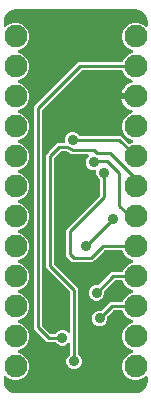
<source format=gbr>
G04 EAGLE Gerber RS-274X export*
G75*
%MOMM*%
%FSLAX34Y34*%
%LPD*%
%INBottom Copper*%
%IPPOS*%
%AMOC8*
5,1,8,0,0,1.08239X$1,22.5*%
G01*
%ADD10C,1.930400*%
%ADD11C,0.889000*%
%ADD12C,0.254000*%
%ADD13C,0.906400*%

G36*
X114320Y2543D02*
X114320Y2543D01*
X114424Y2547D01*
X116159Y2718D01*
X116262Y2741D01*
X116368Y2756D01*
X116448Y2783D01*
X116469Y2788D01*
X116483Y2795D01*
X116520Y2808D01*
X119725Y4136D01*
X119733Y4140D01*
X119742Y4143D01*
X119872Y4219D01*
X120001Y4293D01*
X120008Y4300D01*
X120016Y4304D01*
X120137Y4411D01*
X122589Y6863D01*
X122595Y6871D01*
X122602Y6877D01*
X122692Y6996D01*
X122784Y7115D01*
X122788Y7123D01*
X122793Y7131D01*
X122864Y7275D01*
X124192Y10480D01*
X124220Y10582D01*
X124256Y10682D01*
X124270Y10766D01*
X124276Y10787D01*
X124276Y10803D01*
X124282Y10841D01*
X124453Y12576D01*
X124453Y12595D01*
X124453Y12596D01*
X124456Y12614D01*
X124455Y12633D01*
X124459Y12700D01*
X124459Y15970D01*
X124442Y16108D01*
X124429Y16247D01*
X124422Y16266D01*
X124419Y16286D01*
X124368Y16415D01*
X124321Y16546D01*
X124310Y16563D01*
X124302Y16582D01*
X124221Y16694D01*
X124143Y16809D01*
X124127Y16822D01*
X124116Y16839D01*
X124008Y16928D01*
X123904Y17020D01*
X123886Y17029D01*
X123871Y17042D01*
X123745Y17101D01*
X123621Y17164D01*
X123601Y17169D01*
X123583Y17177D01*
X123446Y17203D01*
X123311Y17234D01*
X123290Y17233D01*
X123271Y17237D01*
X123132Y17228D01*
X122993Y17224D01*
X122973Y17219D01*
X122953Y17217D01*
X122821Y17175D01*
X122687Y17136D01*
X122670Y17125D01*
X122651Y17119D01*
X122533Y17045D01*
X122413Y16974D01*
X122392Y16956D01*
X122382Y16949D01*
X122368Y16934D01*
X122293Y16868D01*
X120919Y15494D01*
X116624Y13715D01*
X111976Y13715D01*
X107681Y15494D01*
X104394Y18781D01*
X102615Y23076D01*
X102615Y27724D01*
X104394Y32019D01*
X107681Y35306D01*
X111596Y36927D01*
X111651Y36959D01*
X111672Y36967D01*
X111696Y36985D01*
X111717Y36996D01*
X111840Y37061D01*
X111855Y37075D01*
X111872Y37085D01*
X111972Y37182D01*
X112075Y37275D01*
X112086Y37292D01*
X112101Y37306D01*
X112173Y37425D01*
X112250Y37541D01*
X112256Y37560D01*
X112267Y37577D01*
X112308Y37710D01*
X112353Y37842D01*
X112354Y37862D01*
X112360Y37881D01*
X112367Y38020D01*
X112378Y38159D01*
X112375Y38179D01*
X112376Y38199D01*
X112347Y38335D01*
X112324Y38472D01*
X112315Y38491D01*
X112311Y38510D01*
X112250Y38636D01*
X112193Y38762D01*
X112180Y38778D01*
X112172Y38796D01*
X112081Y38902D01*
X111994Y39010D01*
X111978Y39023D01*
X111965Y39038D01*
X111851Y39118D01*
X111740Y39202D01*
X111715Y39214D01*
X111705Y39221D01*
X111686Y39228D01*
X111596Y39273D01*
X107681Y40894D01*
X104394Y44181D01*
X102615Y48476D01*
X102615Y53124D01*
X104394Y57419D01*
X107681Y60706D01*
X111596Y62327D01*
X111717Y62396D01*
X111840Y62461D01*
X111855Y62475D01*
X111872Y62485D01*
X111972Y62582D01*
X112075Y62675D01*
X112086Y62692D01*
X112101Y62706D01*
X112173Y62825D01*
X112250Y62941D01*
X112256Y62960D01*
X112267Y62977D01*
X112308Y63110D01*
X112353Y63242D01*
X112354Y63262D01*
X112360Y63281D01*
X112367Y63420D01*
X112378Y63559D01*
X112375Y63579D01*
X112376Y63599D01*
X112348Y63735D01*
X112324Y63872D01*
X112315Y63891D01*
X112311Y63910D01*
X112250Y64036D01*
X112193Y64162D01*
X112180Y64178D01*
X112172Y64196D01*
X112081Y64302D01*
X111994Y64410D01*
X111978Y64423D01*
X111965Y64438D01*
X111851Y64518D01*
X111740Y64602D01*
X111715Y64614D01*
X111705Y64621D01*
X111686Y64628D01*
X111596Y64673D01*
X107681Y66294D01*
X104394Y69581D01*
X103345Y72114D01*
X103330Y72139D01*
X103321Y72167D01*
X103252Y72277D01*
X103188Y72390D01*
X103167Y72411D01*
X103151Y72436D01*
X103057Y72525D01*
X102966Y72618D01*
X102941Y72634D01*
X102920Y72654D01*
X102806Y72717D01*
X102695Y72785D01*
X102667Y72793D01*
X102641Y72808D01*
X102515Y72840D01*
X102391Y72878D01*
X102362Y72880D01*
X102333Y72887D01*
X102172Y72897D01*
X95874Y72897D01*
X95776Y72885D01*
X95677Y72882D01*
X95618Y72865D01*
X95558Y72857D01*
X95466Y72821D01*
X95371Y72793D01*
X95319Y72763D01*
X95263Y72740D01*
X95183Y72682D01*
X95097Y72632D01*
X95022Y72566D01*
X95005Y72554D01*
X94997Y72544D01*
X94976Y72526D01*
X90756Y68306D01*
X90696Y68227D01*
X90628Y68155D01*
X90599Y68102D01*
X90562Y68054D01*
X90522Y67963D01*
X90474Y67877D01*
X90459Y67818D01*
X90435Y67763D01*
X90420Y67665D01*
X90395Y67569D01*
X90389Y67469D01*
X90385Y67448D01*
X90387Y67436D01*
X90385Y67408D01*
X90385Y64734D01*
X89385Y62321D01*
X87539Y60475D01*
X85126Y59475D01*
X82514Y59475D01*
X80101Y60475D01*
X78255Y62321D01*
X77255Y64734D01*
X77255Y67346D01*
X78255Y69759D01*
X80101Y71605D01*
X82514Y72605D01*
X85188Y72605D01*
X85286Y72617D01*
X85385Y72620D01*
X85444Y72637D01*
X85504Y72645D01*
X85596Y72681D01*
X85691Y72709D01*
X85743Y72739D01*
X85799Y72762D01*
X85879Y72820D01*
X85965Y72870D01*
X86040Y72936D01*
X86057Y72948D01*
X86065Y72958D01*
X86086Y72976D01*
X92612Y79503D01*
X102172Y79503D01*
X102202Y79506D01*
X102231Y79504D01*
X102359Y79526D01*
X102488Y79543D01*
X102515Y79553D01*
X102545Y79558D01*
X102663Y79612D01*
X102784Y79660D01*
X102808Y79677D01*
X102835Y79689D01*
X102936Y79770D01*
X103041Y79846D01*
X103060Y79869D01*
X103083Y79888D01*
X103161Y79991D01*
X103244Y80091D01*
X103256Y80118D01*
X103274Y80142D01*
X103345Y80286D01*
X104394Y82819D01*
X107681Y86106D01*
X111596Y87727D01*
X111717Y87796D01*
X111840Y87861D01*
X111855Y87875D01*
X111872Y87885D01*
X111972Y87982D01*
X112075Y88075D01*
X112086Y88092D01*
X112101Y88106D01*
X112173Y88225D01*
X112250Y88341D01*
X112256Y88360D01*
X112267Y88377D01*
X112308Y88510D01*
X112353Y88642D01*
X112354Y88662D01*
X112360Y88681D01*
X112367Y88820D01*
X112378Y88959D01*
X112375Y88979D01*
X112376Y88999D01*
X112347Y89135D01*
X112324Y89272D01*
X112315Y89291D01*
X112311Y89310D01*
X112250Y89436D01*
X112193Y89562D01*
X112180Y89578D01*
X112172Y89596D01*
X112081Y89702D01*
X111994Y89810D01*
X111978Y89823D01*
X111965Y89838D01*
X111851Y89918D01*
X111740Y90002D01*
X111715Y90014D01*
X111705Y90021D01*
X111686Y90028D01*
X111596Y90073D01*
X107681Y91694D01*
X104394Y94981D01*
X103345Y97514D01*
X103330Y97539D01*
X103321Y97567D01*
X103252Y97677D01*
X103188Y97790D01*
X103167Y97811D01*
X103151Y97836D01*
X103057Y97925D01*
X102966Y98018D01*
X102941Y98034D01*
X102920Y98054D01*
X102806Y98117D01*
X102695Y98185D01*
X102667Y98193D01*
X102641Y98208D01*
X102515Y98240D01*
X102391Y98278D01*
X102362Y98280D01*
X102333Y98287D01*
X102172Y98297D01*
X97144Y98297D01*
X97046Y98285D01*
X96947Y98282D01*
X96888Y98265D01*
X96828Y98257D01*
X96736Y98221D01*
X96641Y98193D01*
X96589Y98163D01*
X96533Y98140D01*
X96453Y98082D01*
X96367Y98032D01*
X96292Y97966D01*
X96275Y97954D01*
X96267Y97944D01*
X96246Y97926D01*
X88216Y89896D01*
X88156Y89817D01*
X88088Y89745D01*
X88059Y89692D01*
X88022Y89644D01*
X87982Y89553D01*
X87934Y89467D01*
X87919Y89408D01*
X87895Y89353D01*
X87880Y89255D01*
X87855Y89159D01*
X87849Y89059D01*
X87845Y89038D01*
X87847Y89026D01*
X87845Y88998D01*
X87845Y86324D01*
X86845Y83911D01*
X84999Y82065D01*
X82586Y81065D01*
X79974Y81065D01*
X77561Y82065D01*
X75715Y83911D01*
X74715Y86324D01*
X74715Y88936D01*
X75715Y91349D01*
X77561Y93195D01*
X79974Y94195D01*
X82648Y94195D01*
X82746Y94207D01*
X82845Y94210D01*
X82904Y94227D01*
X82964Y94235D01*
X83056Y94271D01*
X83151Y94299D01*
X83203Y94329D01*
X83259Y94352D01*
X83339Y94410D01*
X83425Y94460D01*
X83500Y94526D01*
X83517Y94538D01*
X83525Y94548D01*
X83546Y94566D01*
X93882Y104903D01*
X102172Y104903D01*
X102202Y104906D01*
X102231Y104904D01*
X102359Y104926D01*
X102488Y104943D01*
X102515Y104953D01*
X102545Y104958D01*
X102663Y105012D01*
X102784Y105060D01*
X102808Y105077D01*
X102835Y105089D01*
X102936Y105170D01*
X103041Y105246D01*
X103060Y105269D01*
X103083Y105288D01*
X103161Y105391D01*
X103244Y105491D01*
X103256Y105518D01*
X103274Y105542D01*
X103345Y105686D01*
X104394Y108219D01*
X107681Y111506D01*
X111596Y113127D01*
X111717Y113196D01*
X111840Y113261D01*
X111855Y113275D01*
X111872Y113285D01*
X111972Y113382D01*
X112075Y113475D01*
X112086Y113492D01*
X112101Y113506D01*
X112173Y113625D01*
X112250Y113741D01*
X112256Y113760D01*
X112267Y113777D01*
X112308Y113910D01*
X112353Y114042D01*
X112354Y114062D01*
X112360Y114081D01*
X112367Y114220D01*
X112378Y114359D01*
X112375Y114379D01*
X112376Y114399D01*
X112347Y114535D01*
X112324Y114672D01*
X112315Y114691D01*
X112311Y114710D01*
X112250Y114836D01*
X112193Y114962D01*
X112180Y114978D01*
X112172Y114996D01*
X112081Y115102D01*
X111994Y115210D01*
X111978Y115223D01*
X111965Y115238D01*
X111851Y115318D01*
X111740Y115402D01*
X111715Y115414D01*
X111705Y115421D01*
X111686Y115428D01*
X111596Y115473D01*
X107681Y117094D01*
X104394Y120381D01*
X103345Y122914D01*
X103330Y122939D01*
X103321Y122967D01*
X103252Y123077D01*
X103188Y123190D01*
X103167Y123211D01*
X103151Y123236D01*
X103057Y123325D01*
X102966Y123418D01*
X102941Y123434D01*
X102920Y123454D01*
X102806Y123517D01*
X102695Y123585D01*
X102667Y123593D01*
X102641Y123608D01*
X102515Y123640D01*
X102391Y123678D01*
X102362Y123680D01*
X102333Y123687D01*
X102172Y123697D01*
X88254Y123697D01*
X88156Y123685D01*
X88057Y123682D01*
X87998Y123665D01*
X87938Y123657D01*
X87846Y123621D01*
X87751Y123593D01*
X87699Y123563D01*
X87643Y123540D01*
X87562Y123482D01*
X87477Y123432D01*
X87402Y123366D01*
X87385Y123354D01*
X87377Y123344D01*
X87356Y123326D01*
X79874Y115844D01*
X77568Y113537D01*
X60862Y113537D01*
X55117Y119282D01*
X55117Y141068D01*
X83956Y169906D01*
X84016Y169985D01*
X84084Y170057D01*
X84113Y170110D01*
X84150Y170158D01*
X84190Y170249D01*
X84238Y170335D01*
X84253Y170394D01*
X84277Y170449D01*
X84292Y170547D01*
X84317Y170643D01*
X84323Y170743D01*
X84327Y170764D01*
X84325Y170776D01*
X84327Y170804D01*
X84327Y182846D01*
X84315Y182944D01*
X84312Y183043D01*
X84295Y183102D01*
X84287Y183162D01*
X84251Y183254D01*
X84223Y183349D01*
X84193Y183401D01*
X84170Y183457D01*
X84112Y183537D01*
X84062Y183623D01*
X83996Y183698D01*
X83984Y183715D01*
X83974Y183722D01*
X83956Y183744D01*
X82138Y185561D01*
X81152Y187941D01*
X81152Y190373D01*
X81137Y190491D01*
X81130Y190610D01*
X81117Y190648D01*
X81112Y190689D01*
X81069Y190799D01*
X81032Y190912D01*
X81010Y190947D01*
X80995Y190984D01*
X80926Y191080D01*
X80862Y191181D01*
X80832Y191209D01*
X80809Y191242D01*
X80717Y191318D01*
X80630Y191399D01*
X80595Y191419D01*
X80564Y191444D01*
X80456Y191495D01*
X80352Y191553D01*
X80312Y191563D01*
X80276Y191580D01*
X80159Y191602D01*
X80044Y191632D01*
X79984Y191636D01*
X79964Y191640D01*
X79943Y191638D01*
X79883Y191642D01*
X77451Y191642D01*
X75071Y192628D01*
X73248Y194451D01*
X72262Y196831D01*
X72262Y199409D01*
X73248Y201789D01*
X74270Y202811D01*
X74354Y202920D01*
X74444Y203027D01*
X74452Y203046D01*
X74465Y203062D01*
X74520Y203189D01*
X74579Y203315D01*
X74583Y203335D01*
X74591Y203354D01*
X74613Y203492D01*
X74639Y203628D01*
X74638Y203648D01*
X74641Y203668D01*
X74628Y203807D01*
X74619Y203945D01*
X74613Y203964D01*
X74611Y203984D01*
X74564Y204116D01*
X74521Y204247D01*
X74510Y204265D01*
X74503Y204284D01*
X74425Y204399D01*
X74351Y204516D01*
X74336Y204530D01*
X74325Y204547D01*
X74221Y204639D01*
X74119Y204734D01*
X74101Y204744D01*
X74086Y204757D01*
X73963Y204820D01*
X73841Y204888D01*
X73821Y204893D01*
X73803Y204902D01*
X73667Y204932D01*
X73533Y204967D01*
X73505Y204969D01*
X73493Y204972D01*
X73472Y204971D01*
X73372Y204977D01*
X61702Y204977D01*
X61579Y204962D01*
X61456Y204953D01*
X61405Y204940D01*
X61386Y204937D01*
X61367Y204930D01*
X61301Y204912D01*
X60707Y204714D01*
X60448Y204843D01*
X60397Y204861D01*
X60349Y204888D01*
X60248Y204914D01*
X60148Y204949D01*
X60094Y204953D01*
X60041Y204967D01*
X59881Y204977D01*
X59592Y204977D01*
X59149Y205420D01*
X59052Y205496D01*
X58959Y205577D01*
X58913Y205603D01*
X58898Y205615D01*
X58878Y205623D01*
X58819Y205658D01*
X55368Y207383D01*
X55317Y207401D01*
X55269Y207428D01*
X55168Y207454D01*
X55068Y207489D01*
X55014Y207493D01*
X54961Y207507D01*
X54801Y207517D01*
X51424Y207517D01*
X51326Y207505D01*
X51227Y207502D01*
X51168Y207485D01*
X51108Y207477D01*
X51016Y207441D01*
X50921Y207413D01*
X50869Y207383D01*
X50813Y207360D01*
X50733Y207302D01*
X50647Y207252D01*
X50572Y207186D01*
X50555Y207174D01*
X50547Y207164D01*
X50526Y207146D01*
X45584Y202204D01*
X45524Y202125D01*
X45456Y202053D01*
X45427Y202000D01*
X45390Y201952D01*
X45350Y201861D01*
X45302Y201775D01*
X45287Y201716D01*
X45263Y201661D01*
X45248Y201563D01*
X45223Y201467D01*
X45217Y201367D01*
X45213Y201347D01*
X45215Y201334D01*
X45213Y201306D01*
X45213Y112384D01*
X45225Y112286D01*
X45228Y112187D01*
X45245Y112128D01*
X45253Y112068D01*
X45289Y111976D01*
X45317Y111881D01*
X45347Y111829D01*
X45370Y111773D01*
X45428Y111693D01*
X45478Y111607D01*
X45544Y111532D01*
X45556Y111515D01*
X45566Y111507D01*
X45584Y111486D01*
X65533Y91538D01*
X65533Y36097D01*
X65545Y35999D01*
X65548Y35900D01*
X65565Y35841D01*
X65573Y35781D01*
X65609Y35689D01*
X65637Y35594D01*
X65667Y35542D01*
X65690Y35486D01*
X65748Y35406D01*
X65798Y35320D01*
X65864Y35245D01*
X65876Y35228D01*
X65886Y35221D01*
X65904Y35199D01*
X67795Y33309D01*
X68795Y30896D01*
X68795Y28284D01*
X67795Y25871D01*
X65949Y24025D01*
X63536Y23025D01*
X60924Y23025D01*
X58511Y24025D01*
X56665Y25871D01*
X55665Y28284D01*
X55665Y30896D01*
X56665Y33309D01*
X58556Y35199D01*
X58616Y35278D01*
X58684Y35350D01*
X58713Y35403D01*
X58750Y35451D01*
X58790Y35542D01*
X58838Y35628D01*
X58853Y35687D01*
X58877Y35743D01*
X58892Y35841D01*
X58917Y35936D01*
X58923Y36036D01*
X58927Y36057D01*
X58925Y36069D01*
X58927Y36097D01*
X58927Y44039D01*
X58910Y44177D01*
X58897Y44315D01*
X58890Y44334D01*
X58887Y44355D01*
X58836Y44484D01*
X58789Y44615D01*
X58778Y44632D01*
X58770Y44650D01*
X58689Y44763D01*
X58611Y44878D01*
X58595Y44891D01*
X58584Y44908D01*
X58476Y44996D01*
X58372Y45088D01*
X58354Y45098D01*
X58339Y45110D01*
X58213Y45170D01*
X58089Y45233D01*
X58069Y45237D01*
X58051Y45246D01*
X57914Y45272D01*
X57779Y45303D01*
X57758Y45302D01*
X57739Y45306D01*
X57600Y45297D01*
X57461Y45293D01*
X57441Y45287D01*
X57421Y45286D01*
X57289Y45243D01*
X57155Y45205D01*
X57138Y45194D01*
X57119Y45188D01*
X57001Y45114D01*
X56881Y45043D01*
X56860Y45024D01*
X56850Y45018D01*
X56836Y45003D01*
X56761Y44937D01*
X55789Y43965D01*
X53376Y42965D01*
X50764Y42965D01*
X48351Y43965D01*
X46461Y45856D01*
X46382Y45916D01*
X46310Y45984D01*
X46257Y46013D01*
X46209Y46050D01*
X46118Y46090D01*
X46032Y46138D01*
X45973Y46153D01*
X45917Y46177D01*
X45819Y46192D01*
X45724Y46217D01*
X45624Y46223D01*
X45603Y46227D01*
X45591Y46225D01*
X45563Y46227D01*
X39272Y46227D01*
X28447Y57052D01*
X28447Y245208D01*
X65942Y282703D01*
X102172Y282703D01*
X102202Y282706D01*
X102231Y282704D01*
X102359Y282726D01*
X102488Y282743D01*
X102515Y282753D01*
X102545Y282758D01*
X102663Y282812D01*
X102784Y282860D01*
X102808Y282877D01*
X102835Y282889D01*
X102936Y282970D01*
X103041Y283046D01*
X103060Y283069D01*
X103083Y283088D01*
X103161Y283191D01*
X103244Y283291D01*
X103256Y283318D01*
X103274Y283342D01*
X103345Y283486D01*
X104394Y286019D01*
X107681Y289306D01*
X111596Y290927D01*
X111717Y290996D01*
X111840Y291061D01*
X111855Y291075D01*
X111872Y291085D01*
X111972Y291182D01*
X112075Y291275D01*
X112086Y291292D01*
X112101Y291306D01*
X112173Y291425D01*
X112250Y291541D01*
X112256Y291560D01*
X112267Y291577D01*
X112308Y291710D01*
X112353Y291842D01*
X112354Y291862D01*
X112360Y291881D01*
X112367Y292020D01*
X112378Y292159D01*
X112375Y292179D01*
X112376Y292199D01*
X112347Y292335D01*
X112324Y292472D01*
X112315Y292491D01*
X112311Y292510D01*
X112250Y292636D01*
X112193Y292762D01*
X112180Y292778D01*
X112172Y292796D01*
X112081Y292902D01*
X111994Y293010D01*
X111978Y293023D01*
X111965Y293038D01*
X111851Y293118D01*
X111740Y293202D01*
X111715Y293214D01*
X111705Y293221D01*
X111686Y293228D01*
X111596Y293273D01*
X107681Y294894D01*
X104394Y298181D01*
X102615Y302476D01*
X102615Y307124D01*
X104394Y311419D01*
X107681Y314706D01*
X111976Y316485D01*
X116624Y316485D01*
X120919Y314706D01*
X122293Y313332D01*
X122402Y313247D01*
X122509Y313158D01*
X122528Y313150D01*
X122544Y313137D01*
X122672Y313082D01*
X122797Y313023D01*
X122817Y313019D01*
X122836Y313011D01*
X122974Y312989D01*
X123110Y312963D01*
X123130Y312964D01*
X123150Y312961D01*
X123289Y312974D01*
X123427Y312983D01*
X123446Y312989D01*
X123466Y312991D01*
X123598Y313038D01*
X123729Y313081D01*
X123747Y313092D01*
X123766Y313098D01*
X123881Y313177D01*
X123998Y313251D01*
X124012Y313266D01*
X124029Y313277D01*
X124121Y313381D01*
X124216Y313483D01*
X124226Y313500D01*
X124239Y313515D01*
X124303Y313640D01*
X124370Y313761D01*
X124375Y313781D01*
X124384Y313799D01*
X124414Y313935D01*
X124449Y314069D01*
X124451Y314097D01*
X124454Y314109D01*
X124453Y314129D01*
X124459Y314230D01*
X124459Y317500D01*
X124457Y317520D01*
X124453Y317624D01*
X124282Y319359D01*
X124259Y319462D01*
X124244Y319568D01*
X124217Y319648D01*
X124212Y319669D01*
X124205Y319683D01*
X124192Y319720D01*
X122864Y322925D01*
X122860Y322933D01*
X122857Y322942D01*
X122781Y323072D01*
X122707Y323201D01*
X122700Y323208D01*
X122696Y323216D01*
X122589Y323337D01*
X120137Y325789D01*
X120129Y325795D01*
X120123Y325802D01*
X120004Y325892D01*
X119885Y325984D01*
X119877Y325988D01*
X119869Y325993D01*
X119725Y326064D01*
X116520Y327392D01*
X116418Y327420D01*
X116318Y327456D01*
X116234Y327470D01*
X116213Y327476D01*
X116197Y327476D01*
X116159Y327482D01*
X114424Y327653D01*
X114405Y327653D01*
X114300Y327659D01*
X12700Y327659D01*
X12680Y327657D01*
X12576Y327653D01*
X10841Y327482D01*
X10738Y327459D01*
X10632Y327444D01*
X10552Y327417D01*
X10531Y327412D01*
X10517Y327405D01*
X10480Y327392D01*
X7275Y326064D01*
X7267Y326060D01*
X7258Y326057D01*
X7128Y325981D01*
X6999Y325907D01*
X6992Y325900D01*
X6984Y325896D01*
X6863Y325789D01*
X4411Y323337D01*
X4405Y323329D01*
X4398Y323323D01*
X4308Y323204D01*
X4216Y323085D01*
X4212Y323077D01*
X4207Y323069D01*
X4136Y322925D01*
X2808Y319720D01*
X2780Y319618D01*
X2744Y319518D01*
X2730Y319434D01*
X2724Y319413D01*
X2724Y319397D01*
X2718Y319359D01*
X2547Y317624D01*
X2547Y317605D01*
X2541Y317500D01*
X2541Y314230D01*
X2558Y314092D01*
X2571Y313953D01*
X2578Y313934D01*
X2581Y313914D01*
X2632Y313785D01*
X2679Y313654D01*
X2690Y313637D01*
X2698Y313618D01*
X2779Y313506D01*
X2857Y313391D01*
X2873Y313378D01*
X2884Y313361D01*
X2992Y313272D01*
X3096Y313180D01*
X3114Y313171D01*
X3129Y313158D01*
X3255Y313099D01*
X3379Y313036D01*
X3399Y313031D01*
X3417Y313023D01*
X3554Y312997D01*
X3689Y312966D01*
X3710Y312967D01*
X3729Y312963D01*
X3868Y312972D01*
X4007Y312976D01*
X4027Y312981D01*
X4047Y312983D01*
X4179Y313025D01*
X4313Y313064D01*
X4330Y313075D01*
X4349Y313081D01*
X4467Y313155D01*
X4587Y313226D01*
X4608Y313244D01*
X4618Y313251D01*
X4632Y313266D01*
X4707Y313332D01*
X6081Y314706D01*
X10376Y316485D01*
X15024Y316485D01*
X19319Y314706D01*
X22606Y311419D01*
X24385Y307124D01*
X24385Y302476D01*
X22606Y298181D01*
X19319Y294894D01*
X15404Y293273D01*
X15284Y293204D01*
X15161Y293139D01*
X15146Y293125D01*
X15128Y293115D01*
X15028Y293018D01*
X14925Y292925D01*
X14914Y292908D01*
X14900Y292894D01*
X14827Y292776D01*
X14750Y292659D01*
X14744Y292640D01*
X14733Y292623D01*
X14692Y292490D01*
X14647Y292358D01*
X14646Y292338D01*
X14640Y292319D01*
X14633Y292180D01*
X14622Y292041D01*
X14625Y292021D01*
X14625Y292001D01*
X14653Y291865D01*
X14676Y291728D01*
X14685Y291710D01*
X14689Y291690D01*
X14750Y291564D01*
X14807Y291438D01*
X14820Y291422D01*
X14829Y291404D01*
X14919Y291298D01*
X15006Y291190D01*
X15022Y291177D01*
X15035Y291162D01*
X15149Y291082D01*
X15260Y290998D01*
X15285Y290986D01*
X15295Y290979D01*
X15314Y290972D01*
X15404Y290927D01*
X19319Y289306D01*
X22606Y286019D01*
X24385Y281724D01*
X24385Y277076D01*
X22606Y272781D01*
X19319Y269494D01*
X15404Y267873D01*
X15284Y267804D01*
X15161Y267739D01*
X15146Y267725D01*
X15128Y267715D01*
X15028Y267618D01*
X14925Y267525D01*
X14914Y267508D01*
X14900Y267494D01*
X14827Y267376D01*
X14750Y267259D01*
X14744Y267240D01*
X14733Y267223D01*
X14692Y267090D01*
X14647Y266958D01*
X14646Y266938D01*
X14640Y266919D01*
X14633Y266780D01*
X14622Y266641D01*
X14625Y266621D01*
X14625Y266601D01*
X14653Y266465D01*
X14676Y266328D01*
X14685Y266310D01*
X14689Y266290D01*
X14750Y266164D01*
X14807Y266038D01*
X14820Y266022D01*
X14829Y266004D01*
X14919Y265898D01*
X15006Y265790D01*
X15022Y265777D01*
X15035Y265762D01*
X15149Y265682D01*
X15260Y265598D01*
X15285Y265586D01*
X15295Y265579D01*
X15314Y265572D01*
X15404Y265527D01*
X19319Y263906D01*
X22606Y260619D01*
X24385Y256324D01*
X24385Y251676D01*
X22606Y247381D01*
X19319Y244094D01*
X15404Y242473D01*
X15284Y242404D01*
X15161Y242339D01*
X15146Y242325D01*
X15128Y242315D01*
X15028Y242218D01*
X14925Y242125D01*
X14914Y242108D01*
X14900Y242094D01*
X14827Y241976D01*
X14750Y241859D01*
X14744Y241840D01*
X14733Y241823D01*
X14692Y241690D01*
X14647Y241558D01*
X14646Y241538D01*
X14640Y241519D01*
X14633Y241380D01*
X14622Y241241D01*
X14625Y241221D01*
X14625Y241201D01*
X14653Y241065D01*
X14676Y240928D01*
X14685Y240910D01*
X14689Y240890D01*
X14750Y240764D01*
X14807Y240638D01*
X14820Y240622D01*
X14829Y240604D01*
X14919Y240498D01*
X15006Y240390D01*
X15022Y240377D01*
X15035Y240362D01*
X15149Y240282D01*
X15260Y240198D01*
X15285Y240186D01*
X15295Y240179D01*
X15314Y240172D01*
X15404Y240127D01*
X19319Y238506D01*
X22606Y235219D01*
X24385Y230924D01*
X24385Y226276D01*
X22606Y221981D01*
X19319Y218694D01*
X15404Y217073D01*
X15284Y217004D01*
X15161Y216939D01*
X15146Y216925D01*
X15128Y216915D01*
X15028Y216818D01*
X14925Y216725D01*
X14914Y216708D01*
X14900Y216694D01*
X14827Y216576D01*
X14750Y216459D01*
X14744Y216440D01*
X14733Y216423D01*
X14692Y216290D01*
X14647Y216158D01*
X14646Y216138D01*
X14640Y216119D01*
X14633Y215980D01*
X14622Y215841D01*
X14625Y215821D01*
X14625Y215801D01*
X14653Y215665D01*
X14676Y215528D01*
X14685Y215510D01*
X14689Y215490D01*
X14750Y215364D01*
X14807Y215238D01*
X14820Y215222D01*
X14829Y215204D01*
X14919Y215098D01*
X15006Y214990D01*
X15022Y214977D01*
X15035Y214962D01*
X15149Y214882D01*
X15260Y214798D01*
X15285Y214786D01*
X15295Y214779D01*
X15314Y214772D01*
X15404Y214727D01*
X19319Y213106D01*
X22606Y209819D01*
X24385Y205524D01*
X24385Y200876D01*
X22606Y196581D01*
X19319Y193294D01*
X15404Y191673D01*
X15283Y191604D01*
X15160Y191539D01*
X15145Y191525D01*
X15128Y191515D01*
X15028Y191418D01*
X14925Y191325D01*
X14914Y191308D01*
X14899Y191294D01*
X14827Y191175D01*
X14750Y191059D01*
X14744Y191040D01*
X14733Y191023D01*
X14692Y190890D01*
X14647Y190758D01*
X14646Y190738D01*
X14640Y190719D01*
X14633Y190580D01*
X14622Y190441D01*
X14625Y190421D01*
X14624Y190401D01*
X14653Y190265D01*
X14676Y190128D01*
X14685Y190109D01*
X14689Y190090D01*
X14750Y189964D01*
X14807Y189838D01*
X14820Y189822D01*
X14828Y189804D01*
X14919Y189698D01*
X15006Y189590D01*
X15022Y189577D01*
X15035Y189562D01*
X15149Y189482D01*
X15260Y189398D01*
X15285Y189386D01*
X15295Y189379D01*
X15314Y189372D01*
X15404Y189327D01*
X19319Y187706D01*
X22606Y184419D01*
X24385Y180124D01*
X24385Y175476D01*
X22606Y171181D01*
X19319Y167894D01*
X15404Y166273D01*
X15284Y166204D01*
X15160Y166139D01*
X15146Y166125D01*
X15128Y166115D01*
X15028Y166018D01*
X14925Y165925D01*
X14914Y165908D01*
X14899Y165894D01*
X14827Y165776D01*
X14750Y165659D01*
X14744Y165640D01*
X14733Y165623D01*
X14692Y165490D01*
X14647Y165358D01*
X14646Y165338D01*
X14640Y165319D01*
X14633Y165180D01*
X14622Y165041D01*
X14625Y165021D01*
X14624Y165001D01*
X14653Y164865D01*
X14676Y164728D01*
X14685Y164710D01*
X14689Y164690D01*
X14750Y164564D01*
X14807Y164438D01*
X14820Y164422D01*
X14828Y164404D01*
X14919Y164298D01*
X15006Y164190D01*
X15022Y164177D01*
X15035Y164162D01*
X15149Y164082D01*
X15260Y163998D01*
X15285Y163986D01*
X15295Y163979D01*
X15314Y163972D01*
X15404Y163927D01*
X19319Y162306D01*
X22606Y159019D01*
X24385Y154724D01*
X24385Y150076D01*
X22606Y145781D01*
X19319Y142494D01*
X15404Y140873D01*
X15284Y140804D01*
X15160Y140739D01*
X15146Y140725D01*
X15128Y140715D01*
X15028Y140618D01*
X14925Y140525D01*
X14914Y140508D01*
X14899Y140494D01*
X14827Y140376D01*
X14750Y140259D01*
X14744Y140240D01*
X14733Y140223D01*
X14692Y140090D01*
X14647Y139958D01*
X14646Y139938D01*
X14640Y139919D01*
X14633Y139780D01*
X14622Y139641D01*
X14625Y139621D01*
X14624Y139601D01*
X14653Y139465D01*
X14676Y139328D01*
X14685Y139310D01*
X14689Y139290D01*
X14750Y139164D01*
X14807Y139038D01*
X14820Y139022D01*
X14828Y139004D01*
X14919Y138898D01*
X15006Y138790D01*
X15022Y138777D01*
X15035Y138762D01*
X15149Y138682D01*
X15260Y138598D01*
X15285Y138586D01*
X15295Y138579D01*
X15314Y138572D01*
X15404Y138527D01*
X19319Y136906D01*
X22606Y133619D01*
X24385Y129324D01*
X24385Y124676D01*
X22606Y120381D01*
X19319Y117094D01*
X15404Y115473D01*
X15284Y115404D01*
X15160Y115339D01*
X15146Y115325D01*
X15128Y115315D01*
X15028Y115218D01*
X14925Y115125D01*
X14914Y115108D01*
X14899Y115094D01*
X14827Y114976D01*
X14750Y114859D01*
X14744Y114840D01*
X14733Y114823D01*
X14692Y114690D01*
X14647Y114558D01*
X14646Y114538D01*
X14640Y114519D01*
X14633Y114380D01*
X14622Y114241D01*
X14625Y114221D01*
X14624Y114201D01*
X14653Y114065D01*
X14676Y113928D01*
X14685Y113910D01*
X14689Y113890D01*
X14750Y113764D01*
X14807Y113638D01*
X14820Y113622D01*
X14828Y113604D01*
X14919Y113498D01*
X15006Y113390D01*
X15022Y113377D01*
X15035Y113362D01*
X15149Y113282D01*
X15260Y113198D01*
X15285Y113186D01*
X15295Y113179D01*
X15314Y113172D01*
X15404Y113127D01*
X19319Y111506D01*
X22606Y108219D01*
X24385Y103924D01*
X24385Y99276D01*
X22606Y94981D01*
X19319Y91694D01*
X15404Y90073D01*
X15284Y90004D01*
X15160Y89939D01*
X15146Y89925D01*
X15128Y89915D01*
X15028Y89818D01*
X14925Y89725D01*
X14914Y89708D01*
X14899Y89694D01*
X14827Y89576D01*
X14750Y89459D01*
X14744Y89440D01*
X14733Y89423D01*
X14692Y89290D01*
X14647Y89158D01*
X14646Y89138D01*
X14640Y89119D01*
X14633Y88980D01*
X14622Y88841D01*
X14625Y88821D01*
X14624Y88801D01*
X14653Y88665D01*
X14676Y88528D01*
X14685Y88510D01*
X14689Y88490D01*
X14750Y88364D01*
X14807Y88238D01*
X14820Y88222D01*
X14828Y88204D01*
X14919Y88098D01*
X15006Y87990D01*
X15022Y87977D01*
X15035Y87962D01*
X15149Y87882D01*
X15260Y87798D01*
X15285Y87786D01*
X15295Y87779D01*
X15314Y87772D01*
X15404Y87727D01*
X19319Y86106D01*
X22606Y82819D01*
X24385Y78524D01*
X24385Y73876D01*
X22606Y69581D01*
X19319Y66294D01*
X15404Y64673D01*
X15284Y64604D01*
X15160Y64539D01*
X15146Y64525D01*
X15128Y64515D01*
X15028Y64418D01*
X14925Y64325D01*
X14914Y64308D01*
X14899Y64294D01*
X14827Y64176D01*
X14750Y64059D01*
X14744Y64040D01*
X14733Y64023D01*
X14692Y63890D01*
X14647Y63758D01*
X14646Y63738D01*
X14640Y63719D01*
X14633Y63580D01*
X14622Y63441D01*
X14625Y63421D01*
X14624Y63401D01*
X14653Y63265D01*
X14676Y63128D01*
X14685Y63110D01*
X14689Y63090D01*
X14750Y62964D01*
X14807Y62838D01*
X14820Y62822D01*
X14828Y62804D01*
X14919Y62698D01*
X15006Y62590D01*
X15022Y62577D01*
X15035Y62562D01*
X15149Y62482D01*
X15260Y62398D01*
X15285Y62386D01*
X15295Y62379D01*
X15314Y62372D01*
X15404Y62327D01*
X19319Y60706D01*
X22606Y57419D01*
X24385Y53124D01*
X24385Y48476D01*
X22606Y44181D01*
X19319Y40894D01*
X15404Y39273D01*
X15284Y39204D01*
X15160Y39139D01*
X15146Y39125D01*
X15128Y39115D01*
X15028Y39018D01*
X14925Y38925D01*
X14914Y38908D01*
X14899Y38894D01*
X14827Y38776D01*
X14750Y38659D01*
X14744Y38640D01*
X14733Y38623D01*
X14692Y38490D01*
X14647Y38358D01*
X14646Y38338D01*
X14640Y38319D01*
X14633Y38180D01*
X14622Y38041D01*
X14625Y38021D01*
X14624Y38001D01*
X14653Y37865D01*
X14676Y37728D01*
X14685Y37710D01*
X14689Y37690D01*
X14750Y37564D01*
X14807Y37438D01*
X14820Y37422D01*
X14828Y37404D01*
X14919Y37298D01*
X15006Y37190D01*
X15022Y37177D01*
X15035Y37162D01*
X15149Y37082D01*
X15260Y36998D01*
X15285Y36986D01*
X15295Y36979D01*
X15314Y36972D01*
X15404Y36927D01*
X19319Y35306D01*
X22606Y32019D01*
X24385Y27724D01*
X24385Y23076D01*
X22606Y18781D01*
X19319Y15494D01*
X15024Y13715D01*
X10376Y13715D01*
X6081Y15494D01*
X4707Y16868D01*
X4598Y16953D01*
X4491Y17042D01*
X4472Y17050D01*
X4456Y17063D01*
X4328Y17118D01*
X4203Y17177D01*
X4183Y17181D01*
X4164Y17189D01*
X4026Y17211D01*
X3890Y17237D01*
X3870Y17236D01*
X3850Y17239D01*
X3711Y17226D01*
X3573Y17217D01*
X3554Y17211D01*
X3534Y17209D01*
X3402Y17162D01*
X3271Y17119D01*
X3253Y17108D01*
X3234Y17102D01*
X3119Y17023D01*
X3002Y16949D01*
X2988Y16934D01*
X2971Y16923D01*
X2879Y16819D01*
X2784Y16717D01*
X2774Y16700D01*
X2761Y16685D01*
X2697Y16560D01*
X2630Y16439D01*
X2625Y16419D01*
X2616Y16401D01*
X2586Y16265D01*
X2551Y16131D01*
X2549Y16103D01*
X2546Y16091D01*
X2547Y16071D01*
X2541Y15970D01*
X2541Y12700D01*
X2543Y12680D01*
X2547Y12576D01*
X2718Y10841D01*
X2741Y10738D01*
X2756Y10632D01*
X2783Y10552D01*
X2788Y10531D01*
X2795Y10517D01*
X2808Y10480D01*
X4136Y7275D01*
X4140Y7267D01*
X4143Y7258D01*
X4219Y7128D01*
X4293Y6999D01*
X4300Y6992D01*
X4304Y6984D01*
X4411Y6863D01*
X6863Y4411D01*
X6871Y4405D01*
X6877Y4398D01*
X6996Y4308D01*
X7115Y4216D01*
X7123Y4212D01*
X7131Y4207D01*
X7275Y4136D01*
X10480Y2808D01*
X10582Y2780D01*
X10682Y2744D01*
X10766Y2730D01*
X10787Y2724D01*
X10803Y2724D01*
X10841Y2718D01*
X12576Y2547D01*
X12595Y2547D01*
X12700Y2541D01*
X114300Y2541D01*
X114320Y2543D01*
G37*
G36*
X45661Y52845D02*
X45661Y52845D01*
X45760Y52848D01*
X45818Y52865D01*
X45879Y52873D01*
X45971Y52909D01*
X46066Y52937D01*
X46118Y52967D01*
X46174Y52990D01*
X46254Y53048D01*
X46340Y53098D01*
X46415Y53164D01*
X46432Y53176D01*
X46439Y53186D01*
X46461Y53204D01*
X48351Y55095D01*
X50764Y56095D01*
X53376Y56095D01*
X55789Y55095D01*
X56761Y54123D01*
X56870Y54039D01*
X56977Y53950D01*
X56996Y53941D01*
X57012Y53928D01*
X57139Y53873D01*
X57265Y53814D01*
X57285Y53810D01*
X57304Y53802D01*
X57442Y53780D01*
X57578Y53754D01*
X57598Y53755D01*
X57618Y53752D01*
X57757Y53765D01*
X57895Y53774D01*
X57914Y53780D01*
X57934Y53782D01*
X58066Y53829D01*
X58197Y53872D01*
X58215Y53883D01*
X58234Y53890D01*
X58349Y53968D01*
X58466Y54042D01*
X58480Y54057D01*
X58497Y54068D01*
X58589Y54172D01*
X58684Y54274D01*
X58694Y54292D01*
X58707Y54307D01*
X58770Y54430D01*
X58838Y54552D01*
X58843Y54572D01*
X58852Y54590D01*
X58882Y54726D01*
X58917Y54860D01*
X58919Y54888D01*
X58922Y54900D01*
X58921Y54921D01*
X58927Y55021D01*
X58927Y88276D01*
X58915Y88374D01*
X58912Y88473D01*
X58895Y88532D01*
X58887Y88592D01*
X58851Y88684D01*
X58823Y88779D01*
X58793Y88831D01*
X58770Y88887D01*
X58712Y88967D01*
X58662Y89053D01*
X58596Y89128D01*
X58584Y89145D01*
X58574Y89153D01*
X58556Y89174D01*
X38607Y109122D01*
X38607Y204568D01*
X40913Y206874D01*
X40914Y206874D01*
X48162Y214123D01*
X53311Y214123D01*
X53361Y214129D01*
X53410Y214127D01*
X53518Y214149D01*
X53627Y214163D01*
X53673Y214181D01*
X53722Y214191D01*
X53820Y214239D01*
X53922Y214280D01*
X53963Y214309D01*
X54007Y214331D01*
X54091Y214402D01*
X54180Y214466D01*
X54211Y214505D01*
X54249Y214537D01*
X54312Y214627D01*
X54383Y214711D01*
X54404Y214756D01*
X54432Y214797D01*
X54471Y214900D01*
X54518Y214999D01*
X54527Y215048D01*
X54545Y215094D01*
X54557Y215204D01*
X54578Y215311D01*
X54575Y215361D01*
X54580Y215410D01*
X54565Y215519D01*
X54558Y215629D01*
X54543Y215676D01*
X54536Y215725D01*
X54484Y215878D01*
X54482Y215882D01*
X54482Y218459D01*
X55468Y220839D01*
X57291Y222662D01*
X59671Y223648D01*
X62249Y223648D01*
X64629Y222662D01*
X66446Y220844D01*
X66525Y220784D01*
X66597Y220716D01*
X66650Y220687D01*
X66698Y220650D01*
X66789Y220610D01*
X66875Y220562D01*
X66934Y220547D01*
X66990Y220523D01*
X67088Y220508D01*
X67183Y220483D01*
X67283Y220477D01*
X67304Y220473D01*
X67316Y220475D01*
X67344Y220473D01*
X101698Y220473D01*
X108060Y214111D01*
X108083Y214093D01*
X108102Y214070D01*
X108208Y213996D01*
X108311Y213916D01*
X108338Y213904D01*
X108362Y213887D01*
X108484Y213841D01*
X108603Y213790D01*
X108632Y213785D01*
X108660Y213774D01*
X108789Y213760D01*
X108917Y213740D01*
X108947Y213742D01*
X108976Y213739D01*
X109104Y213757D01*
X109234Y213770D01*
X109262Y213780D01*
X109291Y213784D01*
X109443Y213836D01*
X111596Y214727D01*
X111716Y214796D01*
X111840Y214861D01*
X111855Y214875D01*
X111872Y214885D01*
X111972Y214981D01*
X112075Y215075D01*
X112086Y215092D01*
X112101Y215106D01*
X112173Y215225D01*
X112250Y215341D01*
X112256Y215360D01*
X112267Y215377D01*
X112308Y215510D01*
X112353Y215642D01*
X112354Y215662D01*
X112360Y215681D01*
X112367Y215820D01*
X112378Y215959D01*
X112375Y215979D01*
X112376Y215999D01*
X112348Y216134D01*
X112324Y216272D01*
X112315Y216291D01*
X112311Y216310D01*
X112250Y216435D01*
X112193Y216562D01*
X112180Y216578D01*
X112172Y216596D01*
X112081Y216702D01*
X111994Y216810D01*
X111978Y216823D01*
X111965Y216838D01*
X111852Y216918D01*
X111740Y217002D01*
X111715Y217014D01*
X111705Y217021D01*
X111686Y217028D01*
X111596Y217073D01*
X107681Y218694D01*
X104394Y221981D01*
X102615Y226276D01*
X102615Y230924D01*
X104394Y235219D01*
X107681Y238506D01*
X111030Y239893D01*
X111056Y239908D01*
X111084Y239917D01*
X111194Y239986D01*
X111306Y240050D01*
X111328Y240071D01*
X111353Y240087D01*
X111442Y240182D01*
X111535Y240272D01*
X111550Y240297D01*
X111571Y240319D01*
X111633Y240433D01*
X111701Y240543D01*
X111710Y240571D01*
X111724Y240598D01*
X111756Y240723D01*
X111794Y240847D01*
X111796Y240877D01*
X111803Y240906D01*
X111803Y241035D01*
X111810Y241164D01*
X111804Y241194D01*
X111804Y241224D01*
X111771Y241349D01*
X111745Y241476D01*
X111732Y241503D01*
X111725Y241532D01*
X111663Y241645D01*
X111606Y241762D01*
X111586Y241784D01*
X111572Y241811D01*
X111483Y241905D01*
X111399Y242004D01*
X111375Y242021D01*
X111354Y242043D01*
X111245Y242112D01*
X111139Y242187D01*
X111111Y242197D01*
X111086Y242213D01*
X110936Y242273D01*
X109620Y242701D01*
X107910Y243572D01*
X106357Y244700D01*
X105000Y246057D01*
X103872Y247610D01*
X103001Y249320D01*
X102407Y251145D01*
X102351Y251501D01*
X113070Y251501D01*
X113188Y251516D01*
X113307Y251523D01*
X113345Y251535D01*
X113385Y251541D01*
X113496Y251584D01*
X113609Y251621D01*
X113643Y251643D01*
X113681Y251658D01*
X113777Y251727D01*
X113878Y251791D01*
X113906Y251821D01*
X113938Y251844D01*
X114014Y251936D01*
X114096Y252023D01*
X114115Y252058D01*
X114141Y252089D01*
X114192Y252197D01*
X114249Y252301D01*
X114259Y252341D01*
X114277Y252377D01*
X114299Y252494D01*
X114329Y252609D01*
X114333Y252669D01*
X114336Y252689D01*
X114335Y252710D01*
X114339Y252770D01*
X114339Y255230D01*
X114324Y255348D01*
X114317Y255467D01*
X114304Y255505D01*
X114299Y255546D01*
X114255Y255656D01*
X114219Y255769D01*
X114197Y255804D01*
X114182Y255841D01*
X114112Y255937D01*
X114049Y256038D01*
X114019Y256066D01*
X113995Y256099D01*
X113904Y256175D01*
X113817Y256256D01*
X113782Y256276D01*
X113750Y256301D01*
X113643Y256352D01*
X113538Y256410D01*
X113499Y256420D01*
X113463Y256437D01*
X113346Y256459D01*
X113230Y256489D01*
X113170Y256493D01*
X113150Y256497D01*
X113130Y256495D01*
X113070Y256499D01*
X102351Y256499D01*
X102407Y256855D01*
X103001Y258680D01*
X103872Y260390D01*
X105000Y261943D01*
X106357Y263300D01*
X107910Y264428D01*
X109620Y265299D01*
X110936Y265727D01*
X110963Y265740D01*
X110992Y265747D01*
X111107Y265808D01*
X111224Y265863D01*
X111247Y265882D01*
X111274Y265896D01*
X111370Y265983D01*
X111469Y266065D01*
X111487Y266090D01*
X111509Y266110D01*
X111580Y266218D01*
X111656Y266323D01*
X111667Y266350D01*
X111684Y266375D01*
X111726Y266498D01*
X111773Y266618D01*
X111777Y266648D01*
X111787Y266676D01*
X111797Y266805D01*
X111813Y266934D01*
X111810Y266963D01*
X111812Y266993D01*
X111790Y267121D01*
X111774Y267249D01*
X111763Y267277D01*
X111758Y267306D01*
X111705Y267425D01*
X111657Y267545D01*
X111639Y267569D01*
X111627Y267596D01*
X111546Y267698D01*
X111470Y267802D01*
X111447Y267821D01*
X111429Y267845D01*
X111325Y267923D01*
X111225Y268005D01*
X111198Y268018D01*
X111174Y268036D01*
X111030Y268107D01*
X107681Y269494D01*
X104394Y272781D01*
X103345Y275314D01*
X103330Y275339D01*
X103321Y275367D01*
X103252Y275477D01*
X103188Y275590D01*
X103167Y275611D01*
X103151Y275636D01*
X103057Y275725D01*
X102966Y275818D01*
X102941Y275834D01*
X102920Y275854D01*
X102806Y275917D01*
X102695Y275985D01*
X102667Y275993D01*
X102641Y276008D01*
X102515Y276040D01*
X102391Y276078D01*
X102362Y276080D01*
X102333Y276087D01*
X102172Y276097D01*
X69204Y276097D01*
X69106Y276085D01*
X69007Y276082D01*
X68948Y276065D01*
X68888Y276057D01*
X68796Y276021D01*
X68701Y275993D01*
X68649Y275963D01*
X68593Y275940D01*
X68513Y275882D01*
X68427Y275832D01*
X68352Y275766D01*
X68335Y275754D01*
X68327Y275744D01*
X68306Y275726D01*
X35424Y242844D01*
X35364Y242765D01*
X35296Y242693D01*
X35267Y242640D01*
X35230Y242592D01*
X35190Y242501D01*
X35142Y242415D01*
X35127Y242356D01*
X35103Y242301D01*
X35088Y242203D01*
X35063Y242107D01*
X35057Y242007D01*
X35053Y241986D01*
X35055Y241974D01*
X35053Y241946D01*
X35053Y60314D01*
X35065Y60216D01*
X35068Y60117D01*
X35085Y60058D01*
X35093Y59998D01*
X35129Y59906D01*
X35157Y59811D01*
X35187Y59759D01*
X35210Y59703D01*
X35268Y59623D01*
X35318Y59537D01*
X35384Y59462D01*
X35396Y59445D01*
X35406Y59437D01*
X35424Y59416D01*
X41636Y53204D01*
X41715Y53144D01*
X41787Y53076D01*
X41840Y53047D01*
X41888Y53010D01*
X41979Y52970D01*
X42065Y52922D01*
X42124Y52907D01*
X42179Y52883D01*
X42277Y52868D01*
X42373Y52843D01*
X42473Y52837D01*
X42494Y52833D01*
X42506Y52835D01*
X42534Y52833D01*
X45563Y52833D01*
X45661Y52845D01*
G37*
D10*
X12700Y304800D03*
X12700Y279400D03*
X12700Y254000D03*
X12700Y228600D03*
X12700Y203200D03*
X12700Y177800D03*
X12700Y152400D03*
X12700Y127000D03*
X12700Y101600D03*
X12700Y76200D03*
X12700Y50800D03*
X12700Y25400D03*
X114300Y304800D03*
X114300Y279400D03*
X114300Y254000D03*
X114300Y228600D03*
X114300Y203200D03*
X114300Y177800D03*
X114300Y152400D03*
X114300Y127000D03*
X114300Y101600D03*
X114300Y76200D03*
X114300Y50800D03*
X114300Y25400D03*
D11*
X60960Y217170D03*
D12*
X100330Y217170D01*
X114300Y203200D01*
D11*
X31750Y294640D03*
X63500Y165100D03*
X25400Y10160D03*
X83820Y53340D03*
X99060Y10160D03*
X73660Y264160D03*
D13*
X76200Y101600D03*
D11*
X55880Y201930D03*
D12*
X67310Y279400D02*
X114300Y279400D01*
X67310Y279400D02*
X31750Y243840D01*
X31750Y58420D01*
X40640Y49530D01*
X52070Y49530D01*
D13*
X52070Y49530D03*
D12*
X114300Y177800D02*
X114300Y184150D01*
X92710Y205740D01*
X81280Y205740D01*
X78740Y208280D01*
X60960Y208280D01*
X55880Y210820D01*
X49530Y210820D01*
X41910Y203200D01*
D13*
X62230Y29590D03*
D12*
X41910Y110490D02*
X41910Y203200D01*
X41910Y110490D02*
X62230Y90170D01*
X62230Y29590D01*
D13*
X83820Y66040D03*
D12*
X93980Y76200D01*
X114300Y76200D01*
D13*
X81280Y87630D03*
D12*
X95250Y101600D01*
X114300Y101600D01*
X86360Y127000D02*
X76200Y116840D01*
X62230Y116840D01*
X58420Y120650D01*
X58420Y139700D01*
X87630Y168910D01*
D11*
X87630Y189230D03*
D12*
X87630Y168910D01*
X86360Y127000D02*
X114300Y127000D01*
X114300Y152400D02*
X109220Y152400D01*
X100330Y161290D01*
X100330Y189230D01*
X90170Y199390D01*
X80010Y199390D01*
X78740Y198120D01*
D11*
X78740Y198120D03*
X72390Y127000D03*
D12*
X95250Y149860D01*
D11*
X95250Y149860D03*
M02*

</source>
